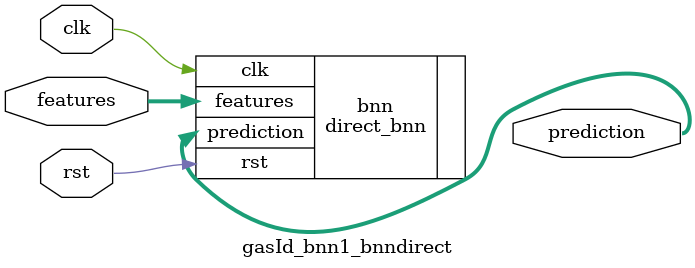
<source format=v>













module gasId_bnn1_bnndirect #(

parameter FEAT_CNT = 128,
parameter HIDDEN_CNT = 40,
parameter FEAT_BITS = 4,
parameter CLASS_CNT = 6,
parameter TEST_CNT = 1000


  ) (
  input clk,
  input rst,
  input [FEAT_CNT*FEAT_BITS-1:0] features,
  output [$clog2(CLASS_CNT)-1:0] prediction
  );

  localparam Weights0 = 5120'b01111111110011111101000001110011011111101111111111000000001000000110100000111101000110100111101000001110100011101110001000010100010110010011101011011101010111111011100011001000000111111110010001011100101111000100111110101100001100111011010111000000010000100001111111011111001110001011000001101110111111111011111111111111000111000101001111110010000010101010101011011000001111111001110100111000001100111101011110011011101010011010011100101111100010100100001011100010000100111101001011011010101000000111000100010001011001100010000100000000110000010000010000010110111111011111110100000000110000111111000011110011100101101100001101011111101001011001100010011100010111111001101011110100111110000110101011000010100111100101111010011111011011001001101010010100110000000110000010010010000000001010000101000011001100110110001101000000100110111010011010000000111100000011001010100001111010100101111111111110001000010100010101100101010000011100000110000001111100000111000110100001000000110000000111110011010001011100110100011111101001101101101001101101110110001101110100101111110001001111111111111101001100111111101100001010110110101111000010111001100111110101111110100000101000011100011100000111010000100100010001100000001000000110001000000110000101011010010111101111101011111001000001100010011000001110000000011111010111010010000001100001101111110101111100011111001100111110111101001100001100011011000110011101110111110110000100100001000000010110001011000010001000011100000011110100011000011000000000010011111000111000011110010101110110111001001010011111110111110000100001011000100110110000111100011111101111110111111100111110001000101010101011111011110010101111111111011111100111000111110000111100100111001101100000100000001011111111111111010100110010101110110001101110000110001011010010001100110111110110000101100000111010100010101001110001000000001010111011001111110111100100001001010110000101100110100001010000101011110011111100111110000111111111001000011000110110001101111011111011100000010111100000011010011010001100101100101010101111111010000000111110000111011010111110011101100110000010100101101001101111111101110111011111110100011100110111001111100100001000000101110011100011011011010010000101000110101010101010111111000001101011111010111011100000010111101001101010110111100100001011110101011110011001001000100000001001100010011001101111000101101000010001000010001000101010100110001011111101111011011100001111011001100000100011000001001110100101101001011110001111100111111011101010111000100000000000111110111111101100100101001001100111101000111100100000101100101100101011011111011100000001110011001011011110111110010001000000000011100110100100111011011110000111111110100111101100010010001000000011000001100110001011001100000111101110011011000000111000100001001111001011111101111101010000101110110101100010100011011100110001010000000001101111111011111101000001000000101010101110001000010111001000011000011111110101001101010100010101001000000000011100000011000001000000100010001110011101110101000010000001000000001000010110001011000110110101001010111011001111111110100111010000000001111000001100010101000000111001010010010110100111011111111001010010100111100000100011011101110000001000000101111111011111110101000010010001001101000011011000010100100000101111111101111111100011010101110000110001011101100100011110000111111101101011010010000000000100101011001100111101100000111000001100101111001110101000101010001001000100010101111011000000010000101011000010100110100111010101111100000000000010000101010010111111100010001000101111101111001100111100110100010000101011101001100100110000100000101000010011000101000011111000101001111110000001100001000010001010011010110001011101010010110111100011110000011011100000110001000001011101100111101000001110000001010111110101110110000100111111110000010010000101110000101100100100111010001110011111010000010101011111011111010001110111011111010011110101110110010111001100000111110110101100101010000001111101001111000111110011001100010011110100000010101101000011100000111010111111001111000000000010000001111101110010011101000011110010010011101101111110010000110000001000001111100110001000011100000110001101001101111010000010100000110000110100011100110110011100111100110110000111010111111001110011111100011011010001100011011100110000100000110101111111111111011001001001011101010010101010100000010010101000101010001101001111011000011010010110000111001000010100111100100111000100000011010011100011010001000011000101110111011101010111011101010111011000010001100101011011111111010001110100011000111000001011111111111111000111100011001011111100010011010011000011110100110111110011111110000110001111111111110100010111011001110101111110100001111100001011001010011011110110111001110100111111101011110110001110000000110010110110110110100000111000001010011000001111001000011000010111000101000011111110001011100000000011110001111101010111110000011011100011111000010111111001111100001110011110110000000001000000010011010111101110011010101010000111111111111111000000000010011011010101101000001111111110011011111000010110000111011111000111110000011001101011000011111001111001010001111000000101111100111011 ;
  localparam Weights1 = 240'b001101100010110011101111111110000101100100111011101110001100100011010110111110010011010000101000111011101111100011011101110101110110000001111111010010111010101110110110000010000111110101011111100011100111010010101100110110001100101001011011 ;

  direct_bnn #(.FEAT_CNT(FEAT_CNT),.FEAT_BITS(FEAT_BITS),.HIDDEN_CNT(HIDDEN_CNT),.CLASS_CNT(CLASS_CNT),.Weights0(Weights0),.Weights1(Weights1)) bnn (
    .clk(clk),
    .rst(rst),
    .features(features),
    .prediction(prediction)
  );

endmodule

</source>
